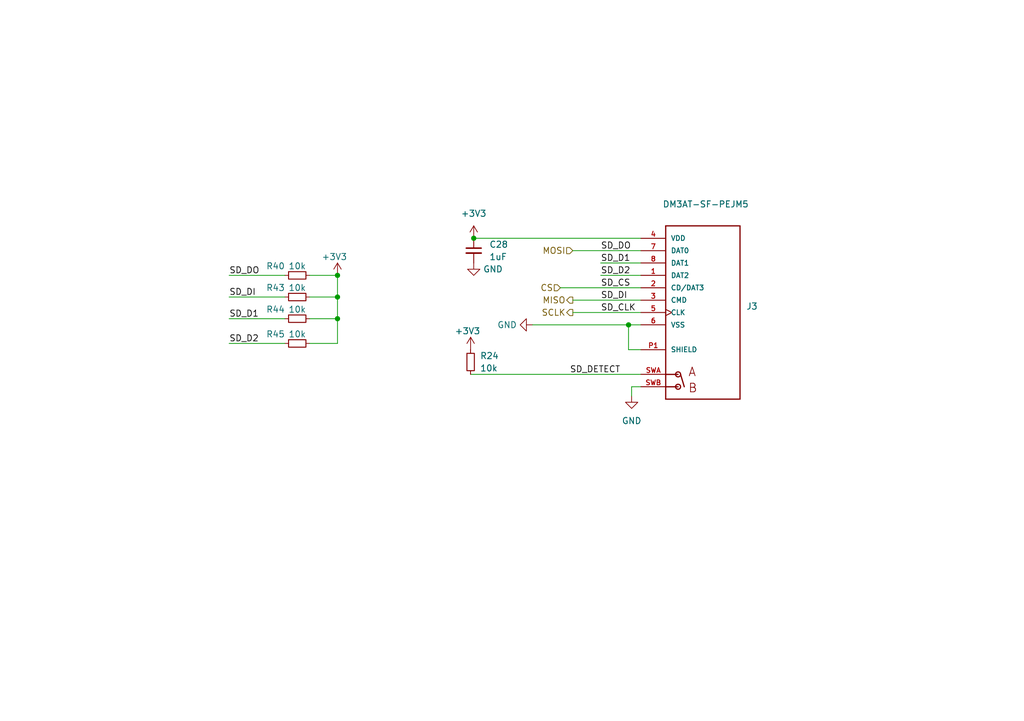
<source format=kicad_sch>
(kicad_sch (version 20211123) (generator eeschema)
  (paper "A5")
  (title_block (title "CAN RGB Controller") (date "2022-05-30") (rev "B") (company "cone.codes") (comment 1 "https://github.com/miata-bot/can-link"))
  (lib_symbols
    (symbol "ConeCodes:DM3AT-SF-PEJM5" (pin_names (offset 1.016))
      (property "Reference" "J3" (at 9.525 1.2701 0))
      (property "Value" "DM3AT-SF-PEJM5" (at 9.525 -1.2699 0))
      (symbol "DM3AT-SF-PEJM5_0_0"
        (circle (center -5.08 -15.24) (radius 0.508) (stroke (width 0.254)))
        (circle (center -5.08 -12.7) (radius 0.508) (stroke (width 0.254)))
        (polyline (pts (xy -7.62 -17.78) (xy 7.62 -17.78)) (stroke (width 0.254)))
        (polyline (pts (xy -7.62 -15.24) (xy -7.62 -17.78)) (stroke (width 0.254)))
        (polyline (pts (xy -7.62 -15.24) (xy -5.08 -15.24)) (stroke (width 0.254)))
        (polyline (pts (xy -7.62 -12.7) (xy -7.62 -15.24)) (stroke (width 0.254)))
        (polyline (pts (xy -7.62 -12.7) (xy -5.08 -12.7)) (stroke (width 0.254)))
        (polyline (pts (xy -7.62 17.78) (xy -7.62 -12.7)) (stroke (width 0.254)))
        (polyline (pts (xy -4.572 -12.7) (xy -3.81 -15.24)) (stroke (width 0.254)))
        (polyline (pts (xy 7.62 -17.78) (xy 7.62 17.78)) (stroke (width 0.254)))
        (polyline (pts (xy 7.62 17.78) (xy -7.62 17.78)) (stroke (width 0.254)))
        (text "A" (at -3.048 -13.208 0) (effects (font (size 1.778 1.778)) (justify left bottom)))
        (text "B" (at -3.048 -16.51 0) (effects (font (size 1.778 1.778)) (justify left bottom)))
        (pin bidirectional line (at -12.7 7.62 0) (length 5.08) (name "DAT2") (number "1"))
        (pin bidirectional line (at -12.7 5.08 0) (length 5.08) (name "CD/DAT3") (number "2"))
        (pin bidirectional line (at -12.7 2.54 0) (length 5.08) (name "CMD") (number "3"))
        (pin power_in line (at -12.7 15.24 0) (length 5.08) (name "VDD") (number "4"))
        (pin bidirectional clock (at -12.7 0 0) (length 5.08) (name "CLK") (number "5"))
        (pin power_in line (at -12.7 -2.54 0) (length 5.08) (name "VSS") (number "6"))
        (pin bidirectional line (at -12.7 12.7 0) (length 5.08) (name "DAT0") (number "7"))
        (pin bidirectional line (at -12.7 10.16 0) (length 5.08) (name "DAT1") (number "8"))
        (pin passive line (at -12.7 -7.62 0) (length 5.08) (name "SHIELD") (number "P1"))
        (pin bidirectional line (at -12.7 -12.7 0) (length 5.08) (name "~") (number "SWA"))
        (pin bidirectional line (at -12.7 -15.24 0) (length 5.08) (name "~") (number "SWB"))
      )
    )
    (symbol "Device:C_Small" (pin_numbers hide) (pin_names (offset 0.254) hide)
      (property "Reference" "C" (at 0.254 1.778 0))
      (property "Value" "C_Small" (at 0.254 -2.032 0))
      (symbol "C_Small_0_1"
        (polyline (pts (xy -1.524 -0.508) (xy 1.524 -0.508)) (stroke (width 0.3302)))
        (polyline (pts (xy -1.524 0.508) (xy 1.524 0.508)) (stroke (width 0.3048)))
      )
      (symbol "C_Small_1_1"
        (pin passive line (at 0 2.54 270) (length 2.032) (name "~") (number "1"))
        (pin passive line (at 0 -2.54 90) (length 2.032) (name "~") (number "2"))
      )
    )
    (symbol "Device:R_Small" (pin_numbers hide) (pin_names (offset 0.254) hide)
      (property "Reference" "R" (at 0.762 0.508 0))
      (property "Value" "R_Small" (at 0.762 -1.016 0))
      (symbol "R_Small_0_1"
        (rectangle (start -0.762 1.778) (end 0.762 -1.778) (stroke (width 0.2032)))
      )
      (symbol "R_Small_1_1"
        (pin passive line (at 0 2.54 270) (length 0.762) (name "~") (number "1"))
        (pin passive line (at 0 -2.54 90) (length 0.762) (name "~") (number "2"))
      )
    )
    (symbol "power:+3V3" (power) (pin_names (offset 0))
      (property "Value" "+3V3" (at 0 3.556 0))
      (symbol "+3V3_0_1"
        (polyline (pts (xy -0.762 1.27) (xy 0 2.54)))
        (polyline (pts (xy 0 0) (xy 0 2.54)))
        (polyline (pts (xy 0 2.54) (xy 0.762 1.27)))
      )
      (symbol "+3V3_1_1"
        (pin power_in line (at 0 0 90) (length 0) hide (name "+3V3") (number "1"))
      )
    )
    (symbol "power:GND" (power) (pin_names (offset 0))
      (property "Value" "GND" (at 0 -3.81 0))
      (symbol "GND_0_1"
        (polyline (pts (xy 0 0) (xy 0 -1.27) (xy 1.27 -1.27) (xy 0 -2.54) (xy -1.27 -1.27) (xy 0 -1.27)))
      )
      (symbol "GND_1_1"
        (pin power_in line (at 0 0 270) (length 0) hide (name "GND") (number "1"))
      )
    )
  )
  (junction (at 128.905 66.675))
  (junction (at 69.215 60.96))
  (junction (at 69.215 56.515))
  (junction (at 97.155 48.895))
  (junction (at 69.215 65.405))
  (wire (pts (xy 69.215 70.485) (xy 69.215 65.405)))
  (wire (pts (xy 46.99 70.485) (xy 58.42 70.485)))
  (wire (pts (xy 123.19 53.975) (xy 131.445 53.975)))
  (wire (pts (xy 46.99 60.96) (xy 58.42 60.96)))
  (wire (pts (xy 117.475 51.435) (xy 131.445 51.435)))
  (wire (pts (xy 46.99 56.515) (xy 58.42 56.515)))
  (wire (pts (xy 129.54 81.28) (xy 129.54 79.375)))
  (wire (pts (xy 63.5 70.485) (xy 69.215 70.485)))
  (wire (pts (xy 69.215 56.515) (xy 69.215 60.96)))
  (wire (pts (xy 128.905 66.675) (xy 131.445 66.675)))
  (wire (pts (xy 63.5 56.515) (xy 69.215 56.515)))
  (wire (pts (xy 129.54 79.375) (xy 131.445 79.375)))
  (wire (pts (xy 97.155 48.895) (xy 131.445 48.895)))
  (wire (pts (xy 117.475 61.595) (xy 131.445 61.595)))
  (wire (pts (xy 131.445 71.755) (xy 128.905 71.755)))
  (wire (pts (xy 123.19 56.515) (xy 131.445 56.515)))
  (wire (pts (xy 63.5 65.405) (xy 69.215 65.405)))
  (wire (pts (xy 46.99 65.405) (xy 58.42 65.405)))
  (wire (pts (xy 117.475 64.135) (xy 131.445 64.135)))
  (wire (pts (xy 63.5 60.96) (xy 69.215 60.96)))
  (wire (pts (xy 114.935 59.055) (xy 131.445 59.055)))
  (wire (pts (xy 128.905 71.755) (xy 128.905 66.675)))
  (wire (pts (xy 96.52 76.835) (xy 131.445 76.835)))
  (wire (pts (xy 69.215 60.96) (xy 69.215 65.405)))
  (wire (pts (xy 109.22 66.675) (xy 128.905 66.675)))
  (label "SD_D2" (at 46.99 70.485 0))
  (label "SD_DO" (at 123.19 51.435 0))
  (label "SD_DETECT" (at 116.84 76.835 0))
  (label "SD_D1" (at 123.19 53.975 0))
  (label "SD_DO" (at 46.99 56.515 0))
  (label "SD_CS" (at 123.19 59.055 0))
  (label "SD_DI" (at 46.99 60.96 0))
  (label "SD_DI" (at 123.19 61.595 0))
  (label "SD_CLK" (at 123.19 64.135 0))
  (label "SD_D2" (at 123.19 56.515 0))
  (label "SD_D1" (at 46.99 65.405 0))
  (hierarchical_label "CS" (shape input) (at 114.935 59.055 180))
  (hierarchical_label "MISO" (shape output) (at 117.475 61.595 180))
  (hierarchical_label "SCLK" (shape output) (at 117.475 64.135 180))
  (hierarchical_label "MOSI" (shape input) (at 117.475 51.435 180))
  (symbol (lib_id "Device:R_Small") (at 60.96 65.405 270) (unit 1)
    (property "Reference" "R44" (at 56.515 63.5 90))
    (property "Value" "10k" (at 60.96 63.5 90))
    (property "Footprint" "Resistor_SMD:R_0402_1005Metric" (effects hide))
    (property "Description" "RES 10K OHM 5% 1/16W 0402" (effects hide))
    (property "MPN" "RMCF0402JT10K0" (effects hide))
  )
  (symbol (lib_id "power:GND") (at 97.155 53.975 0) (unit 1)
    (property "Reference" "#PWR045" (effects hide))
    (property "Value" "GND" (at 99.06 55.2449 0) (effects (justify left)))
  )
  (symbol (lib_id "Device:R_Small") (at 60.96 56.515 270) (unit 1)
    (property "Reference" "R40" (at 56.515 54.61 90))
    (property "Value" "10k" (at 60.96 54.61 90))
    (property "Footprint" "Resistor_SMD:R_0402_1005Metric" (effects hide))
    (property "Description" "RES 10K OHM 5% 1/16W 0402" (effects hide))
    (property "MPN" "RMCF0402JT10K0" (effects hide))
  )
  (symbol (lib_id "power:+3V3") (at 69.215 56.515 0) (unit 1)
    (property "Reference" "#PWR0133" (effects hide))
    (property "Value" "+3V3" (at 68.58 52.705 0))
  )
  (symbol (lib_id "Device:R_Small") (at 60.96 60.96 270) (unit 1)
    (property "Reference" "R43" (at 56.515 59.055 90))
    (property "Value" "10k" (at 60.96 59.055 90))
    (property "Footprint" "Resistor_SMD:R_0402_1005Metric" (effects hide))
    (property "Description" "RES 10K OHM 5% 1/16W 0402" (effects hide))
    (property "MPN" "RMCF0402JT10K0" (effects hide))
  )
  (symbol (lib_id "power:+3V3") (at 96.52 71.755 0) (unit 1)
    (property "Reference" "#PWR048" (effects hide))
    (property "Value" "+3V3" (at 95.885 67.945 0))
  )
  (symbol (lib_id "power:+3V3") (at 97.155 48.895 0) (unit 1)
    (property "Reference" "#PWR0164" (effects hide))
    (property "Value" "+3V3" (at 97.155 43.815 0))
  )
  (symbol (lib_id "Device:R_Small") (at 96.52 74.295 0) (unit 1)
    (property "Reference" "R24" (at 98.425 73.0249 0) (effects (justify left)))
    (property "Value" "10k" (at 98.425 75.5649 0) (effects (justify left)))
    (property "Footprint" "Resistor_SMD:R_0402_1005Metric" (effects hide))
    (property "Description" "RES 10K OHM 5% 1/16W 0402" (effects hide))
    (property "MPN" "RMCF0402JT10K0" (effects hide))
  )
  (symbol (lib_id "ConeCodes:DM3AT-SF-PEJM5") (at 144.145 64.135 0) (unit 1)
    (property "Reference" "J3" (at 153.035 62.8649 0) (effects (justify left)))
    (property "Value" "DM3AT-SF-PEJM5" (at 135.89 41.9099 0) (effects (justify left)))
    (property "Footprint" "ConeCodes:HRS_DM3AT-SF-PEJM5" (effects hide))
    (property "Datasheet" "https://www.mouser.com/datasheet/2/185/DM3AT_SF_PEJM5_CL0609_0031_0_00_2DDrawing_00009471-1614303.pdf" (effects hide))
    (property "MPN" "DM3AT-SF-PEJM5" (effects hide))
    (property "Description" "Memory Card Connectors R/A SMT MICROSD CON PUSH-PUSH TOP BRDMN" (effects hide))
    (property "LCSC" "C114218" (effects hide))
  )
  (symbol (lib_id "Device:C_Small") (at 97.155 51.435 0) (unit 1)
    (property "Reference" "C28" (at 100.33 50.1712 0) (effects (justify left)))
    (property "Value" "1uF" (at 100.33 52.7112 0) (effects (justify left)))
    (property "Footprint" "Capacitor_SMD:C_0402_1005Metric" (effects hide))
    (property "Description" "CAP CER 1UF 4V X7T 0402" (effects hide))
    (property "MPN" "CGA2B1X7T0G105M050BC" (effects hide))
  )
  (symbol (lib_id "power:GND") (at 109.22 66.675 270) (unit 1)
    (property "Reference" "#PWR046" (effects hide))
    (property "Value" "GND" (at 106.045 66.6749 90) (effects (justify right)))
  )
  (symbol (lib_id "Device:R_Small") (at 60.96 70.485 270) (unit 1)
    (property "Reference" "R45" (at 56.515 68.58 90))
    (property "Value" "10k" (at 60.96 68.58 90))
    (property "Footprint" "Resistor_SMD:R_0402_1005Metric" (effects hide))
    (property "Description" "RES 10K OHM 5% 1/16W 0402" (effects hide))
    (property "MPN" "RMCF0402JT10K0" (effects hide))
  )
  (symbol (lib_id "power:GND") (at 129.54 81.28 0) (unit 1)
    (property "Reference" "#PWR049" (effects hide))
    (property "Value" "GND" (at 129.54 86.36 0))
  )
)
</source>
